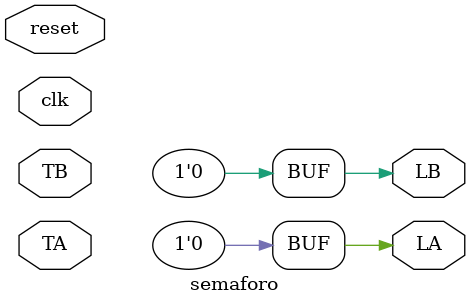
<source format=sv>
`timescale 1ns / 1ps


module semaforo(
    input logic clk, reset, TA, TB,
    output logic LA, LB
    );


    localparam YELLOW   = 3'b001;
    localparam RED      = 3'b010;
    localparam GREEN    = 3'b100;

// Codificaci�n de cada estado
    enum logic [3:0] {S0, S1, S2, S3} state, next_state;

always_ff @( posedge clk ) begin 
    if(reset) 
        state <= S0;
    else 
        state <= next_state;
end

always_comb begin
    case (state)
        S0: begin
            if(TA) next_state = S0;
            else next_state = S1;
        end
        S1: next_state = S2; // Inconditional state
        S2: begin
            if(TB) next_state = S2;
            else next_state = S3;
        end
        S3: next_state = S0;
        default: next_state = S0;
    endcase
end

// output 
always_comb begin 
    case(S0)
        S0: begin
            LA = GREEN;
            LB = RED;
        end
        S1: begin
            LA = YELLOW;
            LB = RED;
        end
        S2: begin
            LA = RED;
            LB = GREEN;
        end
        S3: begin
            LA = RED;
            LB = YELLOW;
        end
        default:begin
            LA = GREEN;
            LB = RED;
        end
        
    endcase
end


endmodule


</source>
